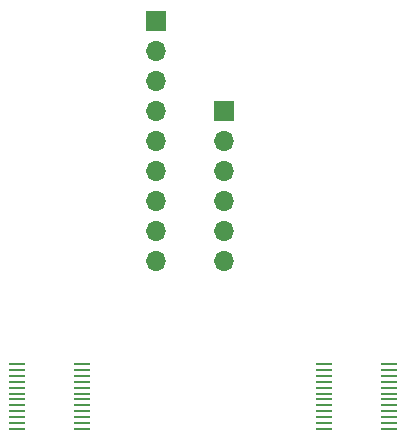
<source format=gbr>
%TF.GenerationSoftware,KiCad,Pcbnew,7.0.8*%
%TF.CreationDate,2023-11-11T12:05:03+10:00*%
%TF.ProjectId,ProgrammingBoard,50726f67-7261-46d6-9d69-6e67426f6172,rev?*%
%TF.SameCoordinates,Original*%
%TF.FileFunction,Soldermask,Top*%
%TF.FilePolarity,Negative*%
%FSLAX46Y46*%
G04 Gerber Fmt 4.6, Leading zero omitted, Abs format (unit mm)*
G04 Created by KiCad (PCBNEW 7.0.8) date 2023-11-11 12:05:03*
%MOMM*%
%LPD*%
G01*
G04 APERTURE LIST*
G04 Aperture macros list*
%AMRoundRect*
0 Rectangle with rounded corners*
0 $1 Rounding radius*
0 $2 $3 $4 $5 $6 $7 $8 $9 X,Y pos of 4 corners*
0 Add a 4 corners polygon primitive as box body*
4,1,4,$2,$3,$4,$5,$6,$7,$8,$9,$2,$3,0*
0 Add four circle primitives for the rounded corners*
1,1,$1+$1,$2,$3*
1,1,$1+$1,$4,$5*
1,1,$1+$1,$6,$7*
1,1,$1+$1,$8,$9*
0 Add four rect primitives between the rounded corners*
20,1,$1+$1,$2,$3,$4,$5,0*
20,1,$1+$1,$4,$5,$6,$7,0*
20,1,$1+$1,$6,$7,$8,$9,0*
20,1,$1+$1,$8,$9,$2,$3,0*%
G04 Aperture macros list end*
%ADD10R,1.700000X1.700000*%
%ADD11O,1.700000X1.700000*%
%ADD12RoundRect,0.062500X-0.587500X-0.062500X0.587500X-0.062500X0.587500X0.062500X-0.587500X0.062500X0*%
G04 APERTURE END LIST*
D10*
%TO.C,J6*%
X13000000Y25320000D03*
D11*
X13000000Y22780000D03*
X13000000Y20240000D03*
X13000000Y17700000D03*
X13000000Y15160000D03*
X13000000Y12620000D03*
X13000000Y10080000D03*
X13000000Y7540000D03*
X13000000Y5000000D03*
%TD*%
D12*
%TO.C,J4*%
X1250000Y-3750000D03*
X6750000Y-3750000D03*
X1250000Y-4250000D03*
X6750000Y-4250000D03*
X1250000Y-4750000D03*
X6750000Y-4750000D03*
X1250000Y-5250000D03*
X6750000Y-5250000D03*
X1250000Y-5750000D03*
X6750000Y-5750000D03*
X1250000Y-6250000D03*
X6750000Y-6250000D03*
X1250000Y-6750000D03*
X6750000Y-6750000D03*
X1250000Y-7250000D03*
X6750000Y-7250000D03*
X1250000Y-7750000D03*
X6750000Y-7750000D03*
X1250000Y-8250000D03*
X6750000Y-8250000D03*
X1250000Y-8750000D03*
X6750000Y-8750000D03*
X1250000Y-9250000D03*
X6750000Y-9250000D03*
%TD*%
D10*
%TO.C,J5*%
X18750000Y17700000D03*
D11*
X18750000Y15160000D03*
X18750000Y12620000D03*
X18750000Y10080000D03*
X18750000Y7540000D03*
X18750000Y5000000D03*
%TD*%
D12*
%TO.C,J2*%
X27250000Y-3750000D03*
X32750000Y-3750000D03*
X27250000Y-4250000D03*
X32750000Y-4250000D03*
X27250000Y-4750000D03*
X32750000Y-4750000D03*
X27250000Y-5250000D03*
X32750000Y-5250000D03*
X27250000Y-5750000D03*
X32750000Y-5750000D03*
X27250000Y-6250000D03*
X32750000Y-6250000D03*
X27250000Y-6750000D03*
X32750000Y-6750000D03*
X27250000Y-7250000D03*
X32750000Y-7250000D03*
X27250000Y-7750000D03*
X32750000Y-7750000D03*
X27250000Y-8250000D03*
X32750000Y-8250000D03*
X27250000Y-8750000D03*
X32750000Y-8750000D03*
X27250000Y-9250000D03*
X32750000Y-9250000D03*
%TD*%
M02*

</source>
